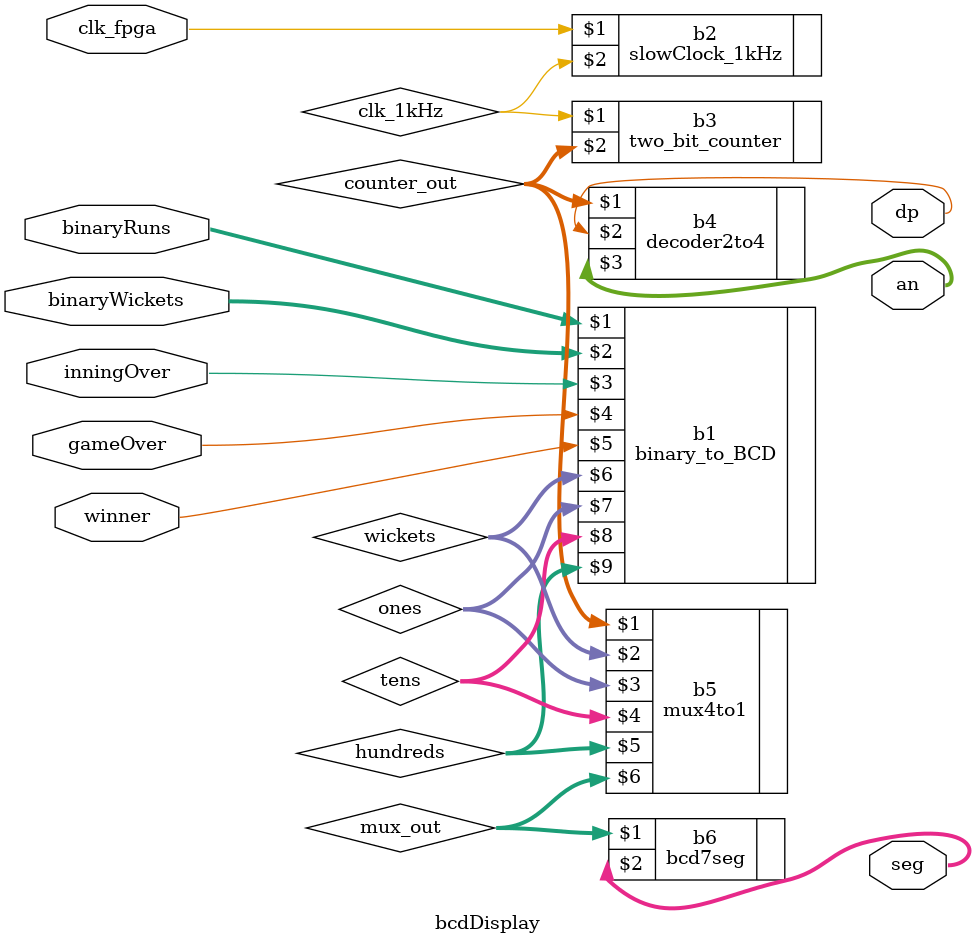
<source format=v>
`timescale 1ns / 1ps


module bcdDisplay(
    input clk_fpga,              // master clock 100Mhz    
    input [7:0] binaryRuns,      // runs from cricket game
    input [3:0] binaryWickets,   // wickets from cricket game     
    input inningOver,            // show IO on the display 
    input gameOver,              // signals the end of the game
    input winner,                // locked in winner of the game    
    output [3:0] an,             // drives the anodes
    output dp,                   // decimal point on display
    output [6:0] seg             // drives the seven-segment cathodes    
    ); 
        
    wire clk_1kHz;     //1kHz clock signal from slowClock_1kHz module   
    wire [3:0] mux_out;  // sends output of mux to display a specific seven segment parameter
    wire [1:0] counter_out;  //sends output of the 2-bit counter to the mux and decoder
    wire [3:0] wickets,ones,tens,hundreds; // sends bcd output from converter to mux
    
    // binary to BCD converter 
    binary_to_BCD b1(binaryRuns,binaryWickets, inningOver, gameOver,winner, wickets,ones,tens,hundreds);     
    
    // generate a 1kHz clock from the 100MHz master clock
    slowClock_1kHz b2(clk_fpga, clk_1kHz);   
     
    // two bit counter at 1kHz for refreshing anodes   
    two_bit_counter b3(clk_1kHz, counter_out); 
    
    //turn on one anode and turn off the other three on each 100 Hz tick of the 2-bit counter
    decoder2to4  b4(counter_out, dp, an);            
        
    //select a bcd digit to display on the anode that is turned on
    mux4to1 b5(counter_out,wickets,ones,tens,hundreds,mux_out);     
    
    /* display the digit selected by the mux by using an equivalent 7-bit constant
       to drive the seven segment cathodes
    */
    bcd7seg b6(mux_out,seg);    
     
endmodule
</source>
